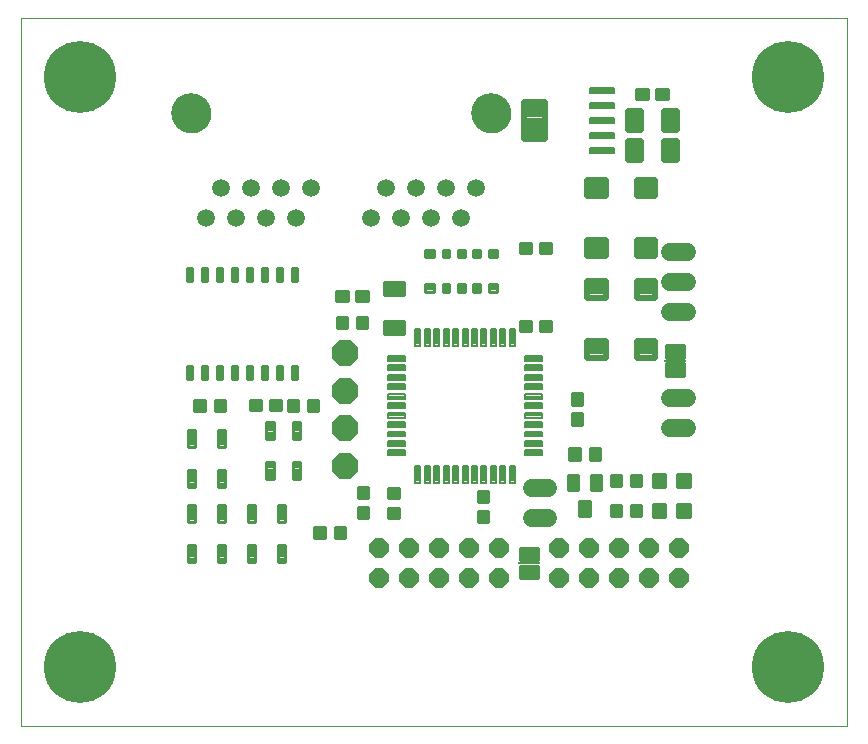
<source format=gts>
G75*
%MOIN*%
%OFA0B0*%
%FSLAX25Y25*%
%IPPOS*%
%LPD*%
%AMOC8*
5,1,8,0,0,1.08239X$1,22.5*
%
%ADD10C,0.00000*%
%ADD11C,0.00711*%
%ADD12C,0.01301*%
%ADD13OC8,0.06400*%
%ADD14C,0.01450*%
%ADD15C,0.01065*%
%ADD16C,0.01537*%
%ADD17C,0.02096*%
%ADD18C,0.06000*%
%ADD19C,0.00947*%
%ADD20C,0.05900*%
%ADD21C,0.13200*%
%ADD22C,0.00770*%
%ADD23C,0.02084*%
%ADD24C,0.01892*%
%ADD25OC8,0.08900*%
%ADD26C,0.01500*%
%ADD27R,0.07200X0.00600*%
%ADD28C,0.24022*%
D10*
X0001800Y0001800D02*
X0001800Y0238020D01*
X0277391Y0238020D01*
X0277391Y0001800D01*
X0001800Y0001800D01*
X0052270Y0206170D02*
X0052272Y0206330D01*
X0052278Y0206489D01*
X0052288Y0206648D01*
X0052302Y0206807D01*
X0052320Y0206966D01*
X0052341Y0207124D01*
X0052367Y0207281D01*
X0052397Y0207438D01*
X0052430Y0207594D01*
X0052468Y0207749D01*
X0052509Y0207903D01*
X0052554Y0208056D01*
X0052603Y0208208D01*
X0052656Y0208359D01*
X0052712Y0208508D01*
X0052773Y0208656D01*
X0052836Y0208802D01*
X0052904Y0208947D01*
X0052975Y0209090D01*
X0053049Y0209231D01*
X0053127Y0209370D01*
X0053209Y0209507D01*
X0053294Y0209642D01*
X0053382Y0209775D01*
X0053474Y0209906D01*
X0053568Y0210034D01*
X0053666Y0210160D01*
X0053767Y0210284D01*
X0053871Y0210405D01*
X0053978Y0210523D01*
X0054088Y0210639D01*
X0054201Y0210752D01*
X0054317Y0210862D01*
X0054435Y0210969D01*
X0054556Y0211073D01*
X0054680Y0211174D01*
X0054806Y0211272D01*
X0054934Y0211366D01*
X0055065Y0211458D01*
X0055198Y0211546D01*
X0055333Y0211631D01*
X0055470Y0211713D01*
X0055609Y0211791D01*
X0055750Y0211865D01*
X0055893Y0211936D01*
X0056038Y0212004D01*
X0056184Y0212067D01*
X0056332Y0212128D01*
X0056481Y0212184D01*
X0056632Y0212237D01*
X0056784Y0212286D01*
X0056937Y0212331D01*
X0057091Y0212372D01*
X0057246Y0212410D01*
X0057402Y0212443D01*
X0057559Y0212473D01*
X0057716Y0212499D01*
X0057874Y0212520D01*
X0058033Y0212538D01*
X0058192Y0212552D01*
X0058351Y0212562D01*
X0058510Y0212568D01*
X0058670Y0212570D01*
X0058830Y0212568D01*
X0058989Y0212562D01*
X0059148Y0212552D01*
X0059307Y0212538D01*
X0059466Y0212520D01*
X0059624Y0212499D01*
X0059781Y0212473D01*
X0059938Y0212443D01*
X0060094Y0212410D01*
X0060249Y0212372D01*
X0060403Y0212331D01*
X0060556Y0212286D01*
X0060708Y0212237D01*
X0060859Y0212184D01*
X0061008Y0212128D01*
X0061156Y0212067D01*
X0061302Y0212004D01*
X0061447Y0211936D01*
X0061590Y0211865D01*
X0061731Y0211791D01*
X0061870Y0211713D01*
X0062007Y0211631D01*
X0062142Y0211546D01*
X0062275Y0211458D01*
X0062406Y0211366D01*
X0062534Y0211272D01*
X0062660Y0211174D01*
X0062784Y0211073D01*
X0062905Y0210969D01*
X0063023Y0210862D01*
X0063139Y0210752D01*
X0063252Y0210639D01*
X0063362Y0210523D01*
X0063469Y0210405D01*
X0063573Y0210284D01*
X0063674Y0210160D01*
X0063772Y0210034D01*
X0063866Y0209906D01*
X0063958Y0209775D01*
X0064046Y0209642D01*
X0064131Y0209507D01*
X0064213Y0209370D01*
X0064291Y0209231D01*
X0064365Y0209090D01*
X0064436Y0208947D01*
X0064504Y0208802D01*
X0064567Y0208656D01*
X0064628Y0208508D01*
X0064684Y0208359D01*
X0064737Y0208208D01*
X0064786Y0208056D01*
X0064831Y0207903D01*
X0064872Y0207749D01*
X0064910Y0207594D01*
X0064943Y0207438D01*
X0064973Y0207281D01*
X0064999Y0207124D01*
X0065020Y0206966D01*
X0065038Y0206807D01*
X0065052Y0206648D01*
X0065062Y0206489D01*
X0065068Y0206330D01*
X0065070Y0206170D01*
X0065068Y0206010D01*
X0065062Y0205851D01*
X0065052Y0205692D01*
X0065038Y0205533D01*
X0065020Y0205374D01*
X0064999Y0205216D01*
X0064973Y0205059D01*
X0064943Y0204902D01*
X0064910Y0204746D01*
X0064872Y0204591D01*
X0064831Y0204437D01*
X0064786Y0204284D01*
X0064737Y0204132D01*
X0064684Y0203981D01*
X0064628Y0203832D01*
X0064567Y0203684D01*
X0064504Y0203538D01*
X0064436Y0203393D01*
X0064365Y0203250D01*
X0064291Y0203109D01*
X0064213Y0202970D01*
X0064131Y0202833D01*
X0064046Y0202698D01*
X0063958Y0202565D01*
X0063866Y0202434D01*
X0063772Y0202306D01*
X0063674Y0202180D01*
X0063573Y0202056D01*
X0063469Y0201935D01*
X0063362Y0201817D01*
X0063252Y0201701D01*
X0063139Y0201588D01*
X0063023Y0201478D01*
X0062905Y0201371D01*
X0062784Y0201267D01*
X0062660Y0201166D01*
X0062534Y0201068D01*
X0062406Y0200974D01*
X0062275Y0200882D01*
X0062142Y0200794D01*
X0062007Y0200709D01*
X0061870Y0200627D01*
X0061731Y0200549D01*
X0061590Y0200475D01*
X0061447Y0200404D01*
X0061302Y0200336D01*
X0061156Y0200273D01*
X0061008Y0200212D01*
X0060859Y0200156D01*
X0060708Y0200103D01*
X0060556Y0200054D01*
X0060403Y0200009D01*
X0060249Y0199968D01*
X0060094Y0199930D01*
X0059938Y0199897D01*
X0059781Y0199867D01*
X0059624Y0199841D01*
X0059466Y0199820D01*
X0059307Y0199802D01*
X0059148Y0199788D01*
X0058989Y0199778D01*
X0058830Y0199772D01*
X0058670Y0199770D01*
X0058510Y0199772D01*
X0058351Y0199778D01*
X0058192Y0199788D01*
X0058033Y0199802D01*
X0057874Y0199820D01*
X0057716Y0199841D01*
X0057559Y0199867D01*
X0057402Y0199897D01*
X0057246Y0199930D01*
X0057091Y0199968D01*
X0056937Y0200009D01*
X0056784Y0200054D01*
X0056632Y0200103D01*
X0056481Y0200156D01*
X0056332Y0200212D01*
X0056184Y0200273D01*
X0056038Y0200336D01*
X0055893Y0200404D01*
X0055750Y0200475D01*
X0055609Y0200549D01*
X0055470Y0200627D01*
X0055333Y0200709D01*
X0055198Y0200794D01*
X0055065Y0200882D01*
X0054934Y0200974D01*
X0054806Y0201068D01*
X0054680Y0201166D01*
X0054556Y0201267D01*
X0054435Y0201371D01*
X0054317Y0201478D01*
X0054201Y0201588D01*
X0054088Y0201701D01*
X0053978Y0201817D01*
X0053871Y0201935D01*
X0053767Y0202056D01*
X0053666Y0202180D01*
X0053568Y0202306D01*
X0053474Y0202434D01*
X0053382Y0202565D01*
X0053294Y0202698D01*
X0053209Y0202833D01*
X0053127Y0202970D01*
X0053049Y0203109D01*
X0052975Y0203250D01*
X0052904Y0203393D01*
X0052836Y0203538D01*
X0052773Y0203684D01*
X0052712Y0203832D01*
X0052656Y0203981D01*
X0052603Y0204132D01*
X0052554Y0204284D01*
X0052509Y0204437D01*
X0052468Y0204591D01*
X0052430Y0204746D01*
X0052397Y0204902D01*
X0052367Y0205059D01*
X0052341Y0205216D01*
X0052320Y0205374D01*
X0052302Y0205533D01*
X0052288Y0205692D01*
X0052278Y0205851D01*
X0052272Y0206010D01*
X0052270Y0206170D01*
X0152270Y0206170D02*
X0152272Y0206330D01*
X0152278Y0206489D01*
X0152288Y0206648D01*
X0152302Y0206807D01*
X0152320Y0206966D01*
X0152341Y0207124D01*
X0152367Y0207281D01*
X0152397Y0207438D01*
X0152430Y0207594D01*
X0152468Y0207749D01*
X0152509Y0207903D01*
X0152554Y0208056D01*
X0152603Y0208208D01*
X0152656Y0208359D01*
X0152712Y0208508D01*
X0152773Y0208656D01*
X0152836Y0208802D01*
X0152904Y0208947D01*
X0152975Y0209090D01*
X0153049Y0209231D01*
X0153127Y0209370D01*
X0153209Y0209507D01*
X0153294Y0209642D01*
X0153382Y0209775D01*
X0153474Y0209906D01*
X0153568Y0210034D01*
X0153666Y0210160D01*
X0153767Y0210284D01*
X0153871Y0210405D01*
X0153978Y0210523D01*
X0154088Y0210639D01*
X0154201Y0210752D01*
X0154317Y0210862D01*
X0154435Y0210969D01*
X0154556Y0211073D01*
X0154680Y0211174D01*
X0154806Y0211272D01*
X0154934Y0211366D01*
X0155065Y0211458D01*
X0155198Y0211546D01*
X0155333Y0211631D01*
X0155470Y0211713D01*
X0155609Y0211791D01*
X0155750Y0211865D01*
X0155893Y0211936D01*
X0156038Y0212004D01*
X0156184Y0212067D01*
X0156332Y0212128D01*
X0156481Y0212184D01*
X0156632Y0212237D01*
X0156784Y0212286D01*
X0156937Y0212331D01*
X0157091Y0212372D01*
X0157246Y0212410D01*
X0157402Y0212443D01*
X0157559Y0212473D01*
X0157716Y0212499D01*
X0157874Y0212520D01*
X0158033Y0212538D01*
X0158192Y0212552D01*
X0158351Y0212562D01*
X0158510Y0212568D01*
X0158670Y0212570D01*
X0158830Y0212568D01*
X0158989Y0212562D01*
X0159148Y0212552D01*
X0159307Y0212538D01*
X0159466Y0212520D01*
X0159624Y0212499D01*
X0159781Y0212473D01*
X0159938Y0212443D01*
X0160094Y0212410D01*
X0160249Y0212372D01*
X0160403Y0212331D01*
X0160556Y0212286D01*
X0160708Y0212237D01*
X0160859Y0212184D01*
X0161008Y0212128D01*
X0161156Y0212067D01*
X0161302Y0212004D01*
X0161447Y0211936D01*
X0161590Y0211865D01*
X0161731Y0211791D01*
X0161870Y0211713D01*
X0162007Y0211631D01*
X0162142Y0211546D01*
X0162275Y0211458D01*
X0162406Y0211366D01*
X0162534Y0211272D01*
X0162660Y0211174D01*
X0162784Y0211073D01*
X0162905Y0210969D01*
X0163023Y0210862D01*
X0163139Y0210752D01*
X0163252Y0210639D01*
X0163362Y0210523D01*
X0163469Y0210405D01*
X0163573Y0210284D01*
X0163674Y0210160D01*
X0163772Y0210034D01*
X0163866Y0209906D01*
X0163958Y0209775D01*
X0164046Y0209642D01*
X0164131Y0209507D01*
X0164213Y0209370D01*
X0164291Y0209231D01*
X0164365Y0209090D01*
X0164436Y0208947D01*
X0164504Y0208802D01*
X0164567Y0208656D01*
X0164628Y0208508D01*
X0164684Y0208359D01*
X0164737Y0208208D01*
X0164786Y0208056D01*
X0164831Y0207903D01*
X0164872Y0207749D01*
X0164910Y0207594D01*
X0164943Y0207438D01*
X0164973Y0207281D01*
X0164999Y0207124D01*
X0165020Y0206966D01*
X0165038Y0206807D01*
X0165052Y0206648D01*
X0165062Y0206489D01*
X0165068Y0206330D01*
X0165070Y0206170D01*
X0165068Y0206010D01*
X0165062Y0205851D01*
X0165052Y0205692D01*
X0165038Y0205533D01*
X0165020Y0205374D01*
X0164999Y0205216D01*
X0164973Y0205059D01*
X0164943Y0204902D01*
X0164910Y0204746D01*
X0164872Y0204591D01*
X0164831Y0204437D01*
X0164786Y0204284D01*
X0164737Y0204132D01*
X0164684Y0203981D01*
X0164628Y0203832D01*
X0164567Y0203684D01*
X0164504Y0203538D01*
X0164436Y0203393D01*
X0164365Y0203250D01*
X0164291Y0203109D01*
X0164213Y0202970D01*
X0164131Y0202833D01*
X0164046Y0202698D01*
X0163958Y0202565D01*
X0163866Y0202434D01*
X0163772Y0202306D01*
X0163674Y0202180D01*
X0163573Y0202056D01*
X0163469Y0201935D01*
X0163362Y0201817D01*
X0163252Y0201701D01*
X0163139Y0201588D01*
X0163023Y0201478D01*
X0162905Y0201371D01*
X0162784Y0201267D01*
X0162660Y0201166D01*
X0162534Y0201068D01*
X0162406Y0200974D01*
X0162275Y0200882D01*
X0162142Y0200794D01*
X0162007Y0200709D01*
X0161870Y0200627D01*
X0161731Y0200549D01*
X0161590Y0200475D01*
X0161447Y0200404D01*
X0161302Y0200336D01*
X0161156Y0200273D01*
X0161008Y0200212D01*
X0160859Y0200156D01*
X0160708Y0200103D01*
X0160556Y0200054D01*
X0160403Y0200009D01*
X0160249Y0199968D01*
X0160094Y0199930D01*
X0159938Y0199897D01*
X0159781Y0199867D01*
X0159624Y0199841D01*
X0159466Y0199820D01*
X0159307Y0199802D01*
X0159148Y0199788D01*
X0158989Y0199778D01*
X0158830Y0199772D01*
X0158670Y0199770D01*
X0158510Y0199772D01*
X0158351Y0199778D01*
X0158192Y0199788D01*
X0158033Y0199802D01*
X0157874Y0199820D01*
X0157716Y0199841D01*
X0157559Y0199867D01*
X0157402Y0199897D01*
X0157246Y0199930D01*
X0157091Y0199968D01*
X0156937Y0200009D01*
X0156784Y0200054D01*
X0156632Y0200103D01*
X0156481Y0200156D01*
X0156332Y0200212D01*
X0156184Y0200273D01*
X0156038Y0200336D01*
X0155893Y0200404D01*
X0155750Y0200475D01*
X0155609Y0200549D01*
X0155470Y0200627D01*
X0155333Y0200709D01*
X0155198Y0200794D01*
X0155065Y0200882D01*
X0154934Y0200974D01*
X0154806Y0201068D01*
X0154680Y0201166D01*
X0154556Y0201267D01*
X0154435Y0201371D01*
X0154317Y0201478D01*
X0154201Y0201588D01*
X0154088Y0201701D01*
X0153978Y0201817D01*
X0153871Y0201935D01*
X0153767Y0202056D01*
X0153666Y0202180D01*
X0153568Y0202306D01*
X0153474Y0202434D01*
X0153382Y0202565D01*
X0153294Y0202698D01*
X0153209Y0202833D01*
X0153127Y0202970D01*
X0153049Y0203109D01*
X0152975Y0203250D01*
X0152904Y0203393D01*
X0152836Y0203538D01*
X0152773Y0203684D01*
X0152712Y0203832D01*
X0152656Y0203981D01*
X0152603Y0204132D01*
X0152554Y0204284D01*
X0152509Y0204437D01*
X0152468Y0204591D01*
X0152430Y0204746D01*
X0152397Y0204902D01*
X0152367Y0205059D01*
X0152341Y0205216D01*
X0152320Y0205374D01*
X0152302Y0205533D01*
X0152288Y0205692D01*
X0152278Y0205851D01*
X0152272Y0206010D01*
X0152270Y0206170D01*
D11*
X0153899Y0134303D02*
X0153899Y0128707D01*
X0152241Y0128707D01*
X0152241Y0134303D01*
X0153899Y0134303D01*
X0153899Y0129417D02*
X0152241Y0129417D01*
X0152241Y0130127D02*
X0153899Y0130127D01*
X0153899Y0130837D02*
X0152241Y0130837D01*
X0152241Y0131547D02*
X0153899Y0131547D01*
X0153899Y0132257D02*
X0152241Y0132257D01*
X0152241Y0132967D02*
X0153899Y0132967D01*
X0153899Y0133677D02*
X0152241Y0133677D01*
X0150749Y0134303D02*
X0150749Y0128707D01*
X0149091Y0128707D01*
X0149091Y0134303D01*
X0150749Y0134303D01*
X0150749Y0129417D02*
X0149091Y0129417D01*
X0149091Y0130127D02*
X0150749Y0130127D01*
X0150749Y0130837D02*
X0149091Y0130837D01*
X0149091Y0131547D02*
X0150749Y0131547D01*
X0150749Y0132257D02*
X0149091Y0132257D01*
X0149091Y0132967D02*
X0150749Y0132967D01*
X0150749Y0133677D02*
X0149091Y0133677D01*
X0147599Y0134303D02*
X0147599Y0128707D01*
X0145941Y0128707D01*
X0145941Y0134303D01*
X0147599Y0134303D01*
X0147599Y0129417D02*
X0145941Y0129417D01*
X0145941Y0130127D02*
X0147599Y0130127D01*
X0147599Y0130837D02*
X0145941Y0130837D01*
X0145941Y0131547D02*
X0147599Y0131547D01*
X0147599Y0132257D02*
X0145941Y0132257D01*
X0145941Y0132967D02*
X0147599Y0132967D01*
X0147599Y0133677D02*
X0145941Y0133677D01*
X0144450Y0134303D02*
X0144450Y0128707D01*
X0142792Y0128707D01*
X0142792Y0134303D01*
X0144450Y0134303D01*
X0144450Y0129417D02*
X0142792Y0129417D01*
X0142792Y0130127D02*
X0144450Y0130127D01*
X0144450Y0130837D02*
X0142792Y0130837D01*
X0142792Y0131547D02*
X0144450Y0131547D01*
X0144450Y0132257D02*
X0142792Y0132257D01*
X0142792Y0132967D02*
X0144450Y0132967D01*
X0144450Y0133677D02*
X0142792Y0133677D01*
X0141300Y0134303D02*
X0141300Y0128707D01*
X0139642Y0128707D01*
X0139642Y0134303D01*
X0141300Y0134303D01*
X0141300Y0129417D02*
X0139642Y0129417D01*
X0139642Y0130127D02*
X0141300Y0130127D01*
X0141300Y0130837D02*
X0139642Y0130837D01*
X0139642Y0131547D02*
X0141300Y0131547D01*
X0141300Y0132257D02*
X0139642Y0132257D01*
X0139642Y0132967D02*
X0141300Y0132967D01*
X0141300Y0133677D02*
X0139642Y0133677D01*
X0138151Y0134303D02*
X0138151Y0128707D01*
X0136493Y0128707D01*
X0136493Y0134303D01*
X0138151Y0134303D01*
X0138151Y0129417D02*
X0136493Y0129417D01*
X0136493Y0130127D02*
X0138151Y0130127D01*
X0138151Y0130837D02*
X0136493Y0130837D01*
X0136493Y0131547D02*
X0138151Y0131547D01*
X0138151Y0132257D02*
X0136493Y0132257D01*
X0136493Y0132967D02*
X0138151Y0132967D01*
X0138151Y0133677D02*
X0136493Y0133677D01*
X0135001Y0134303D02*
X0135001Y0128707D01*
X0133343Y0128707D01*
X0133343Y0134303D01*
X0135001Y0134303D01*
X0135001Y0129417D02*
X0133343Y0129417D01*
X0133343Y0130127D02*
X0135001Y0130127D01*
X0135001Y0130837D02*
X0133343Y0130837D01*
X0133343Y0131547D02*
X0135001Y0131547D01*
X0135001Y0132257D02*
X0133343Y0132257D01*
X0133343Y0132967D02*
X0135001Y0132967D01*
X0135001Y0133677D02*
X0133343Y0133677D01*
X0129883Y0125247D02*
X0129883Y0123589D01*
X0124287Y0123589D01*
X0124287Y0125247D01*
X0129883Y0125247D01*
X0129883Y0124299D02*
X0124287Y0124299D01*
X0124287Y0125009D02*
X0129883Y0125009D01*
X0129883Y0122098D02*
X0129883Y0120440D01*
X0124287Y0120440D01*
X0124287Y0122098D01*
X0129883Y0122098D01*
X0129883Y0121150D02*
X0124287Y0121150D01*
X0124287Y0121860D02*
X0129883Y0121860D01*
X0129883Y0118948D02*
X0129883Y0117290D01*
X0124287Y0117290D01*
X0124287Y0118948D01*
X0129883Y0118948D01*
X0129883Y0118000D02*
X0124287Y0118000D01*
X0124287Y0118710D02*
X0129883Y0118710D01*
X0129883Y0115798D02*
X0129883Y0114140D01*
X0124287Y0114140D01*
X0124287Y0115798D01*
X0129883Y0115798D01*
X0129883Y0114850D02*
X0124287Y0114850D01*
X0124287Y0115560D02*
X0129883Y0115560D01*
X0129883Y0112649D02*
X0129883Y0110991D01*
X0124287Y0110991D01*
X0124287Y0112649D01*
X0129883Y0112649D01*
X0129883Y0111701D02*
X0124287Y0111701D01*
X0124287Y0112411D02*
X0129883Y0112411D01*
X0129883Y0109499D02*
X0129883Y0107841D01*
X0124287Y0107841D01*
X0124287Y0109499D01*
X0129883Y0109499D01*
X0129883Y0108551D02*
X0124287Y0108551D01*
X0124287Y0109261D02*
X0129883Y0109261D01*
X0129883Y0106349D02*
X0129883Y0104691D01*
X0124287Y0104691D01*
X0124287Y0106349D01*
X0129883Y0106349D01*
X0129883Y0105401D02*
X0124287Y0105401D01*
X0124287Y0106111D02*
X0129883Y0106111D01*
X0129883Y0103200D02*
X0129883Y0101542D01*
X0124287Y0101542D01*
X0124287Y0103200D01*
X0129883Y0103200D01*
X0129883Y0102252D02*
X0124287Y0102252D01*
X0124287Y0102962D02*
X0129883Y0102962D01*
X0129883Y0100050D02*
X0129883Y0098392D01*
X0124287Y0098392D01*
X0124287Y0100050D01*
X0129883Y0100050D01*
X0129883Y0099102D02*
X0124287Y0099102D01*
X0124287Y0099812D02*
X0129883Y0099812D01*
X0129883Y0096901D02*
X0129883Y0095243D01*
X0124287Y0095243D01*
X0124287Y0096901D01*
X0129883Y0096901D01*
X0129883Y0095953D02*
X0124287Y0095953D01*
X0124287Y0096663D02*
X0129883Y0096663D01*
X0129883Y0093751D02*
X0129883Y0092093D01*
X0124287Y0092093D01*
X0124287Y0093751D01*
X0129883Y0093751D01*
X0129883Y0092803D02*
X0124287Y0092803D01*
X0124287Y0093513D02*
X0129883Y0093513D01*
X0135001Y0088633D02*
X0135001Y0083037D01*
X0133343Y0083037D01*
X0133343Y0088633D01*
X0135001Y0088633D01*
X0135001Y0083747D02*
X0133343Y0083747D01*
X0133343Y0084457D02*
X0135001Y0084457D01*
X0135001Y0085167D02*
X0133343Y0085167D01*
X0133343Y0085877D02*
X0135001Y0085877D01*
X0135001Y0086587D02*
X0133343Y0086587D01*
X0133343Y0087297D02*
X0135001Y0087297D01*
X0135001Y0088007D02*
X0133343Y0088007D01*
X0138151Y0088633D02*
X0138151Y0083037D01*
X0136493Y0083037D01*
X0136493Y0088633D01*
X0138151Y0088633D01*
X0138151Y0083747D02*
X0136493Y0083747D01*
X0136493Y0084457D02*
X0138151Y0084457D01*
X0138151Y0085167D02*
X0136493Y0085167D01*
X0136493Y0085877D02*
X0138151Y0085877D01*
X0138151Y0086587D02*
X0136493Y0086587D01*
X0136493Y0087297D02*
X0138151Y0087297D01*
X0138151Y0088007D02*
X0136493Y0088007D01*
X0141300Y0088633D02*
X0141300Y0083037D01*
X0139642Y0083037D01*
X0139642Y0088633D01*
X0141300Y0088633D01*
X0141300Y0083747D02*
X0139642Y0083747D01*
X0139642Y0084457D02*
X0141300Y0084457D01*
X0141300Y0085167D02*
X0139642Y0085167D01*
X0139642Y0085877D02*
X0141300Y0085877D01*
X0141300Y0086587D02*
X0139642Y0086587D01*
X0139642Y0087297D02*
X0141300Y0087297D01*
X0141300Y0088007D02*
X0139642Y0088007D01*
X0144450Y0088633D02*
X0144450Y0083037D01*
X0142792Y0083037D01*
X0142792Y0088633D01*
X0144450Y0088633D01*
X0144450Y0083747D02*
X0142792Y0083747D01*
X0142792Y0084457D02*
X0144450Y0084457D01*
X0144450Y0085167D02*
X0142792Y0085167D01*
X0142792Y0085877D02*
X0144450Y0085877D01*
X0144450Y0086587D02*
X0142792Y0086587D01*
X0142792Y0087297D02*
X0144450Y0087297D01*
X0144450Y0088007D02*
X0142792Y0088007D01*
X0147599Y0088633D02*
X0147599Y0083037D01*
X0145941Y0083037D01*
X0145941Y0088633D01*
X0147599Y0088633D01*
X0147599Y0083747D02*
X0145941Y0083747D01*
X0145941Y0084457D02*
X0147599Y0084457D01*
X0147599Y0085167D02*
X0145941Y0085167D01*
X0145941Y0085877D02*
X0147599Y0085877D01*
X0147599Y0086587D02*
X0145941Y0086587D01*
X0145941Y0087297D02*
X0147599Y0087297D01*
X0147599Y0088007D02*
X0145941Y0088007D01*
X0150749Y0088633D02*
X0150749Y0083037D01*
X0149091Y0083037D01*
X0149091Y0088633D01*
X0150749Y0088633D01*
X0150749Y0083747D02*
X0149091Y0083747D01*
X0149091Y0084457D02*
X0150749Y0084457D01*
X0150749Y0085167D02*
X0149091Y0085167D01*
X0149091Y0085877D02*
X0150749Y0085877D01*
X0150749Y0086587D02*
X0149091Y0086587D01*
X0149091Y0087297D02*
X0150749Y0087297D01*
X0150749Y0088007D02*
X0149091Y0088007D01*
X0153899Y0088633D02*
X0153899Y0083037D01*
X0152241Y0083037D01*
X0152241Y0088633D01*
X0153899Y0088633D01*
X0153899Y0083747D02*
X0152241Y0083747D01*
X0152241Y0084457D02*
X0153899Y0084457D01*
X0153899Y0085167D02*
X0152241Y0085167D01*
X0152241Y0085877D02*
X0153899Y0085877D01*
X0153899Y0086587D02*
X0152241Y0086587D01*
X0152241Y0087297D02*
X0153899Y0087297D01*
X0153899Y0088007D02*
X0152241Y0088007D01*
X0157048Y0088633D02*
X0157048Y0083037D01*
X0155390Y0083037D01*
X0155390Y0088633D01*
X0157048Y0088633D01*
X0157048Y0083747D02*
X0155390Y0083747D01*
X0155390Y0084457D02*
X0157048Y0084457D01*
X0157048Y0085167D02*
X0155390Y0085167D01*
X0155390Y0085877D02*
X0157048Y0085877D01*
X0157048Y0086587D02*
X0155390Y0086587D01*
X0155390Y0087297D02*
X0157048Y0087297D01*
X0157048Y0088007D02*
X0155390Y0088007D01*
X0160198Y0088633D02*
X0160198Y0083037D01*
X0158540Y0083037D01*
X0158540Y0088633D01*
X0160198Y0088633D01*
X0160198Y0083747D02*
X0158540Y0083747D01*
X0158540Y0084457D02*
X0160198Y0084457D01*
X0160198Y0085167D02*
X0158540Y0085167D01*
X0158540Y0085877D02*
X0160198Y0085877D01*
X0160198Y0086587D02*
X0158540Y0086587D01*
X0158540Y0087297D02*
X0160198Y0087297D01*
X0160198Y0088007D02*
X0158540Y0088007D01*
X0163348Y0088633D02*
X0163348Y0083037D01*
X0161690Y0083037D01*
X0161690Y0088633D01*
X0163348Y0088633D01*
X0163348Y0083747D02*
X0161690Y0083747D01*
X0161690Y0084457D02*
X0163348Y0084457D01*
X0163348Y0085167D02*
X0161690Y0085167D01*
X0161690Y0085877D02*
X0163348Y0085877D01*
X0163348Y0086587D02*
X0161690Y0086587D01*
X0161690Y0087297D02*
X0163348Y0087297D01*
X0163348Y0088007D02*
X0161690Y0088007D01*
X0166497Y0088633D02*
X0166497Y0083037D01*
X0164839Y0083037D01*
X0164839Y0088633D01*
X0166497Y0088633D01*
X0166497Y0083747D02*
X0164839Y0083747D01*
X0164839Y0084457D02*
X0166497Y0084457D01*
X0166497Y0085167D02*
X0164839Y0085167D01*
X0164839Y0085877D02*
X0166497Y0085877D01*
X0166497Y0086587D02*
X0164839Y0086587D01*
X0164839Y0087297D02*
X0166497Y0087297D01*
X0166497Y0088007D02*
X0164839Y0088007D01*
X0175553Y0092093D02*
X0175553Y0093751D01*
X0175553Y0092093D02*
X0169957Y0092093D01*
X0169957Y0093751D01*
X0175553Y0093751D01*
X0175553Y0092803D02*
X0169957Y0092803D01*
X0169957Y0093513D02*
X0175553Y0093513D01*
X0175553Y0095243D02*
X0175553Y0096901D01*
X0175553Y0095243D02*
X0169957Y0095243D01*
X0169957Y0096901D01*
X0175553Y0096901D01*
X0175553Y0095953D02*
X0169957Y0095953D01*
X0169957Y0096663D02*
X0175553Y0096663D01*
X0175553Y0098392D02*
X0175553Y0100050D01*
X0175553Y0098392D02*
X0169957Y0098392D01*
X0169957Y0100050D01*
X0175553Y0100050D01*
X0175553Y0099102D02*
X0169957Y0099102D01*
X0169957Y0099812D02*
X0175553Y0099812D01*
X0175553Y0101542D02*
X0175553Y0103200D01*
X0175553Y0101542D02*
X0169957Y0101542D01*
X0169957Y0103200D01*
X0175553Y0103200D01*
X0175553Y0102252D02*
X0169957Y0102252D01*
X0169957Y0102962D02*
X0175553Y0102962D01*
X0175553Y0104691D02*
X0175553Y0106349D01*
X0175553Y0104691D02*
X0169957Y0104691D01*
X0169957Y0106349D01*
X0175553Y0106349D01*
X0175553Y0105401D02*
X0169957Y0105401D01*
X0169957Y0106111D02*
X0175553Y0106111D01*
X0175553Y0107841D02*
X0175553Y0109499D01*
X0175553Y0107841D02*
X0169957Y0107841D01*
X0169957Y0109499D01*
X0175553Y0109499D01*
X0175553Y0108551D02*
X0169957Y0108551D01*
X0169957Y0109261D02*
X0175553Y0109261D01*
X0175553Y0110991D02*
X0175553Y0112649D01*
X0175553Y0110991D02*
X0169957Y0110991D01*
X0169957Y0112649D01*
X0175553Y0112649D01*
X0175553Y0111701D02*
X0169957Y0111701D01*
X0169957Y0112411D02*
X0175553Y0112411D01*
X0175553Y0114140D02*
X0175553Y0115798D01*
X0175553Y0114140D02*
X0169957Y0114140D01*
X0169957Y0115798D01*
X0175553Y0115798D01*
X0175553Y0114850D02*
X0169957Y0114850D01*
X0169957Y0115560D02*
X0175553Y0115560D01*
X0175553Y0117290D02*
X0175553Y0118948D01*
X0175553Y0117290D02*
X0169957Y0117290D01*
X0169957Y0118948D01*
X0175553Y0118948D01*
X0175553Y0118000D02*
X0169957Y0118000D01*
X0169957Y0118710D02*
X0175553Y0118710D01*
X0175553Y0120440D02*
X0175553Y0122098D01*
X0175553Y0120440D02*
X0169957Y0120440D01*
X0169957Y0122098D01*
X0175553Y0122098D01*
X0175553Y0121150D02*
X0169957Y0121150D01*
X0169957Y0121860D02*
X0175553Y0121860D01*
X0175553Y0123589D02*
X0175553Y0125247D01*
X0175553Y0123589D02*
X0169957Y0123589D01*
X0169957Y0125247D01*
X0175553Y0125247D01*
X0175553Y0124299D02*
X0169957Y0124299D01*
X0169957Y0125009D02*
X0175553Y0125009D01*
X0166497Y0128707D02*
X0166497Y0134303D01*
X0166497Y0128707D02*
X0164839Y0128707D01*
X0164839Y0134303D01*
X0166497Y0134303D01*
X0166497Y0129417D02*
X0164839Y0129417D01*
X0164839Y0130127D02*
X0166497Y0130127D01*
X0166497Y0130837D02*
X0164839Y0130837D01*
X0164839Y0131547D02*
X0166497Y0131547D01*
X0166497Y0132257D02*
X0164839Y0132257D01*
X0164839Y0132967D02*
X0166497Y0132967D01*
X0166497Y0133677D02*
X0164839Y0133677D01*
X0163348Y0134303D02*
X0163348Y0128707D01*
X0161690Y0128707D01*
X0161690Y0134303D01*
X0163348Y0134303D01*
X0163348Y0129417D02*
X0161690Y0129417D01*
X0161690Y0130127D02*
X0163348Y0130127D01*
X0163348Y0130837D02*
X0161690Y0130837D01*
X0161690Y0131547D02*
X0163348Y0131547D01*
X0163348Y0132257D02*
X0161690Y0132257D01*
X0161690Y0132967D02*
X0163348Y0132967D01*
X0163348Y0133677D02*
X0161690Y0133677D01*
X0160198Y0134303D02*
X0160198Y0128707D01*
X0158540Y0128707D01*
X0158540Y0134303D01*
X0160198Y0134303D01*
X0160198Y0129417D02*
X0158540Y0129417D01*
X0158540Y0130127D02*
X0160198Y0130127D01*
X0160198Y0130837D02*
X0158540Y0130837D01*
X0158540Y0131547D02*
X0160198Y0131547D01*
X0160198Y0132257D02*
X0158540Y0132257D01*
X0158540Y0132967D02*
X0160198Y0132967D01*
X0160198Y0133677D02*
X0158540Y0133677D01*
X0157048Y0134303D02*
X0157048Y0128707D01*
X0155390Y0128707D01*
X0155390Y0134303D01*
X0157048Y0134303D01*
X0157048Y0129417D02*
X0155390Y0129417D01*
X0155390Y0130127D02*
X0157048Y0130127D01*
X0157048Y0130837D02*
X0155390Y0130837D01*
X0155390Y0131547D02*
X0157048Y0131547D01*
X0157048Y0132257D02*
X0155390Y0132257D01*
X0155390Y0132967D02*
X0157048Y0132967D01*
X0157048Y0133677D02*
X0155390Y0133677D01*
D12*
X0168609Y0133402D02*
X0172039Y0133402D01*
X0168609Y0133402D02*
X0168609Y0136438D01*
X0172039Y0136438D01*
X0172039Y0133402D01*
X0172039Y0134702D02*
X0168609Y0134702D01*
X0168609Y0136002D02*
X0172039Y0136002D01*
X0175302Y0133402D02*
X0178732Y0133402D01*
X0175302Y0133402D02*
X0175302Y0136438D01*
X0178732Y0136438D01*
X0178732Y0133402D01*
X0178732Y0134702D02*
X0175302Y0134702D01*
X0175302Y0136002D02*
X0178732Y0136002D01*
X0178732Y0162688D02*
X0175302Y0162688D01*
X0178732Y0162688D02*
X0178732Y0159652D01*
X0175302Y0159652D01*
X0175302Y0162688D01*
X0175302Y0160952D02*
X0178732Y0160952D01*
X0178732Y0162252D02*
X0175302Y0162252D01*
X0172039Y0162688D02*
X0168609Y0162688D01*
X0172039Y0162688D02*
X0172039Y0159652D01*
X0168609Y0159652D01*
X0168609Y0162688D01*
X0168609Y0160952D02*
X0172039Y0160952D01*
X0172039Y0162252D02*
X0168609Y0162252D01*
X0117482Y0146438D02*
X0114052Y0146438D01*
X0117482Y0146438D02*
X0117482Y0143402D01*
X0114052Y0143402D01*
X0114052Y0146438D01*
X0114052Y0144702D02*
X0117482Y0144702D01*
X0117482Y0146002D02*
X0114052Y0146002D01*
X0110789Y0146438D02*
X0107359Y0146438D01*
X0110789Y0146438D02*
X0110789Y0143402D01*
X0107359Y0143402D01*
X0107359Y0146438D01*
X0107359Y0144702D02*
X0110789Y0144702D01*
X0110789Y0146002D02*
X0107359Y0146002D01*
X0107556Y0134455D02*
X0110592Y0134455D01*
X0107556Y0134455D02*
X0107556Y0137885D01*
X0110592Y0137885D01*
X0110592Y0134455D01*
X0110592Y0135755D02*
X0107556Y0135755D01*
X0107556Y0137055D02*
X0110592Y0137055D01*
X0114249Y0134455D02*
X0117285Y0134455D01*
X0114249Y0134455D02*
X0114249Y0137885D01*
X0117285Y0137885D01*
X0117285Y0134455D01*
X0117285Y0135755D02*
X0114249Y0135755D01*
X0114249Y0137055D02*
X0117285Y0137055D01*
X0101035Y0106955D02*
X0097999Y0106955D01*
X0097999Y0110385D01*
X0101035Y0110385D01*
X0101035Y0106955D01*
X0101035Y0108255D02*
X0097999Y0108255D01*
X0097999Y0109555D02*
X0101035Y0109555D01*
X0094342Y0106955D02*
X0091306Y0106955D01*
X0091306Y0110385D01*
X0094342Y0110385D01*
X0094342Y0106955D01*
X0094342Y0108255D02*
X0091306Y0108255D01*
X0091306Y0109555D02*
X0094342Y0109555D01*
X0088732Y0110188D02*
X0085302Y0110188D01*
X0088732Y0110188D02*
X0088732Y0107152D01*
X0085302Y0107152D01*
X0085302Y0110188D01*
X0085302Y0108452D02*
X0088732Y0108452D01*
X0088732Y0109752D02*
X0085302Y0109752D01*
X0082039Y0110188D02*
X0078609Y0110188D01*
X0082039Y0110188D02*
X0082039Y0107152D01*
X0078609Y0107152D01*
X0078609Y0110188D01*
X0078609Y0108452D02*
X0082039Y0108452D01*
X0082039Y0109752D02*
X0078609Y0109752D01*
X0069785Y0106955D02*
X0066749Y0106955D01*
X0066749Y0110385D01*
X0069785Y0110385D01*
X0069785Y0106955D01*
X0069785Y0108255D02*
X0066749Y0108255D01*
X0066749Y0109555D02*
X0069785Y0109555D01*
X0063092Y0106955D02*
X0060056Y0106955D01*
X0060056Y0110385D01*
X0063092Y0110385D01*
X0063092Y0106955D01*
X0063092Y0108255D02*
X0060056Y0108255D01*
X0060056Y0109555D02*
X0063092Y0109555D01*
X0100056Y0067885D02*
X0103092Y0067885D01*
X0103092Y0064455D01*
X0100056Y0064455D01*
X0100056Y0067885D01*
X0100056Y0065755D02*
X0103092Y0065755D01*
X0103092Y0067055D02*
X0100056Y0067055D01*
X0106749Y0067885D02*
X0109785Y0067885D01*
X0109785Y0064455D01*
X0106749Y0064455D01*
X0106749Y0067885D01*
X0106749Y0065755D02*
X0109785Y0065755D01*
X0109785Y0067055D02*
X0106749Y0067055D01*
X0114652Y0071109D02*
X0114652Y0074539D01*
X0117688Y0074539D01*
X0117688Y0071109D01*
X0114652Y0071109D01*
X0114652Y0072409D02*
X0117688Y0072409D01*
X0117688Y0073709D02*
X0114652Y0073709D01*
X0114652Y0077802D02*
X0114652Y0081232D01*
X0117688Y0081232D01*
X0117688Y0077802D01*
X0114652Y0077802D01*
X0114652Y0079102D02*
X0117688Y0079102D01*
X0117688Y0080402D02*
X0114652Y0080402D01*
X0127885Y0081035D02*
X0127885Y0077999D01*
X0124455Y0077999D01*
X0124455Y0081035D01*
X0127885Y0081035D01*
X0127885Y0079299D02*
X0124455Y0079299D01*
X0124455Y0080599D02*
X0127885Y0080599D01*
X0127885Y0074342D02*
X0127885Y0071306D01*
X0124455Y0071306D01*
X0124455Y0074342D01*
X0127885Y0074342D01*
X0127885Y0072606D02*
X0124455Y0072606D01*
X0124455Y0073906D02*
X0127885Y0073906D01*
X0154652Y0073289D02*
X0154652Y0069859D01*
X0154652Y0073289D02*
X0157688Y0073289D01*
X0157688Y0069859D01*
X0154652Y0069859D01*
X0154652Y0071159D02*
X0157688Y0071159D01*
X0157688Y0072459D02*
X0154652Y0072459D01*
X0154652Y0076552D02*
X0154652Y0079982D01*
X0157688Y0079982D01*
X0157688Y0076552D01*
X0154652Y0076552D01*
X0154652Y0077852D02*
X0157688Y0077852D01*
X0157688Y0079152D02*
X0154652Y0079152D01*
X0184662Y0085307D02*
X0187698Y0085307D01*
X0187698Y0080695D01*
X0184662Y0080695D01*
X0184662Y0085307D01*
X0184662Y0081995D02*
X0187698Y0081995D01*
X0187698Y0083295D02*
X0184662Y0083295D01*
X0184662Y0084595D02*
X0187698Y0084595D01*
X0192142Y0085307D02*
X0195178Y0085307D01*
X0195178Y0080695D01*
X0192142Y0080695D01*
X0192142Y0085307D01*
X0192142Y0081995D02*
X0195178Y0081995D01*
X0195178Y0083295D02*
X0192142Y0083295D01*
X0192142Y0084595D02*
X0195178Y0084595D01*
X0198806Y0085385D02*
X0201842Y0085385D01*
X0201842Y0081955D01*
X0198806Y0081955D01*
X0198806Y0085385D01*
X0198806Y0083255D02*
X0201842Y0083255D01*
X0201842Y0084555D02*
X0198806Y0084555D01*
X0205499Y0085385D02*
X0208535Y0085385D01*
X0208535Y0081955D01*
X0205499Y0081955D01*
X0205499Y0085385D01*
X0205499Y0083255D02*
X0208535Y0083255D01*
X0208535Y0084555D02*
X0205499Y0084555D01*
X0194785Y0094135D02*
X0191749Y0094135D01*
X0194785Y0094135D02*
X0194785Y0090705D01*
X0191749Y0090705D01*
X0191749Y0094135D01*
X0191749Y0092005D02*
X0194785Y0092005D01*
X0194785Y0093305D02*
X0191749Y0093305D01*
X0188092Y0094135D02*
X0185056Y0094135D01*
X0188092Y0094135D02*
X0188092Y0090705D01*
X0185056Y0090705D01*
X0185056Y0094135D01*
X0185056Y0092005D02*
X0188092Y0092005D01*
X0188092Y0093305D02*
X0185056Y0093305D01*
X0185902Y0102359D02*
X0185902Y0105789D01*
X0188938Y0105789D01*
X0188938Y0102359D01*
X0185902Y0102359D01*
X0185902Y0103659D02*
X0188938Y0103659D01*
X0188938Y0104959D02*
X0185902Y0104959D01*
X0185902Y0109052D02*
X0185902Y0112482D01*
X0188938Y0112482D01*
X0188938Y0109052D01*
X0185902Y0109052D01*
X0185902Y0110352D02*
X0188938Y0110352D01*
X0188938Y0111652D02*
X0185902Y0111652D01*
X0188402Y0076645D02*
X0191438Y0076645D01*
X0191438Y0072033D01*
X0188402Y0072033D01*
X0188402Y0076645D01*
X0188402Y0073333D02*
X0191438Y0073333D01*
X0191438Y0074633D02*
X0188402Y0074633D01*
X0188402Y0075933D02*
X0191438Y0075933D01*
X0198806Y0075385D02*
X0201842Y0075385D01*
X0201842Y0071955D01*
X0198806Y0071955D01*
X0198806Y0075385D01*
X0198806Y0073255D02*
X0201842Y0073255D01*
X0201842Y0074555D02*
X0198806Y0074555D01*
X0205499Y0075385D02*
X0208535Y0075385D01*
X0208535Y0071955D01*
X0205499Y0071955D01*
X0205499Y0075385D01*
X0205499Y0073255D02*
X0208535Y0073255D01*
X0208535Y0074555D02*
X0205499Y0074555D01*
X0207359Y0210902D02*
X0210789Y0210902D01*
X0207359Y0210902D02*
X0207359Y0213938D01*
X0210789Y0213938D01*
X0210789Y0210902D01*
X0210789Y0212202D02*
X0207359Y0212202D01*
X0207359Y0213502D02*
X0210789Y0213502D01*
X0214052Y0210902D02*
X0217482Y0210902D01*
X0214052Y0210902D02*
X0214052Y0213938D01*
X0217482Y0213938D01*
X0217482Y0210902D01*
X0217482Y0212202D02*
X0214052Y0212202D01*
X0214052Y0213502D02*
X0217482Y0213502D01*
D13*
X0221170Y0061170D03*
X0221170Y0051170D03*
X0211170Y0051170D03*
X0201170Y0051170D03*
X0191170Y0051170D03*
X0181170Y0051170D03*
X0181170Y0061170D03*
X0191170Y0061170D03*
X0201170Y0061170D03*
X0211170Y0061170D03*
X0161170Y0061170D03*
X0151170Y0061170D03*
X0151170Y0051170D03*
X0161170Y0051170D03*
X0141170Y0051170D03*
X0131170Y0051170D03*
X0121170Y0051170D03*
X0121170Y0061170D03*
X0131170Y0061170D03*
X0141170Y0061170D03*
D14*
X0093913Y0117542D02*
X0093913Y0121492D01*
X0093913Y0117542D02*
X0092463Y0117542D01*
X0092463Y0121492D01*
X0093913Y0121492D01*
X0093913Y0118991D02*
X0092463Y0118991D01*
X0092463Y0120440D02*
X0093913Y0120440D01*
X0088913Y0121492D02*
X0088913Y0117542D01*
X0087463Y0117542D01*
X0087463Y0121492D01*
X0088913Y0121492D01*
X0088913Y0118991D02*
X0087463Y0118991D01*
X0087463Y0120440D02*
X0088913Y0120440D01*
X0083913Y0121492D02*
X0083913Y0117542D01*
X0082463Y0117542D01*
X0082463Y0121492D01*
X0083913Y0121492D01*
X0083913Y0118991D02*
X0082463Y0118991D01*
X0082463Y0120440D02*
X0083913Y0120440D01*
X0078913Y0121492D02*
X0078913Y0117542D01*
X0077463Y0117542D01*
X0077463Y0121492D01*
X0078913Y0121492D01*
X0078913Y0118991D02*
X0077463Y0118991D01*
X0077463Y0120440D02*
X0078913Y0120440D01*
X0073913Y0121492D02*
X0073913Y0117542D01*
X0072463Y0117542D01*
X0072463Y0121492D01*
X0073913Y0121492D01*
X0073913Y0118991D02*
X0072463Y0118991D01*
X0072463Y0120440D02*
X0073913Y0120440D01*
X0068913Y0121492D02*
X0068913Y0117542D01*
X0067463Y0117542D01*
X0067463Y0121492D01*
X0068913Y0121492D01*
X0068913Y0118991D02*
X0067463Y0118991D01*
X0067463Y0120440D02*
X0068913Y0120440D01*
X0063913Y0121492D02*
X0063913Y0117542D01*
X0062463Y0117542D01*
X0062463Y0121492D01*
X0063913Y0121492D01*
X0063913Y0118991D02*
X0062463Y0118991D01*
X0062463Y0120440D02*
X0063913Y0120440D01*
X0058913Y0121492D02*
X0058913Y0117542D01*
X0057463Y0117542D01*
X0057463Y0121492D01*
X0058913Y0121492D01*
X0058913Y0118991D02*
X0057463Y0118991D01*
X0057463Y0120440D02*
X0058913Y0120440D01*
X0058913Y0150337D02*
X0058913Y0154287D01*
X0058913Y0150337D02*
X0057463Y0150337D01*
X0057463Y0154287D01*
X0058913Y0154287D01*
X0058913Y0151786D02*
X0057463Y0151786D01*
X0057463Y0153235D02*
X0058913Y0153235D01*
X0063913Y0154287D02*
X0063913Y0150337D01*
X0062463Y0150337D01*
X0062463Y0154287D01*
X0063913Y0154287D01*
X0063913Y0151786D02*
X0062463Y0151786D01*
X0062463Y0153235D02*
X0063913Y0153235D01*
X0068913Y0154287D02*
X0068913Y0150337D01*
X0067463Y0150337D01*
X0067463Y0154287D01*
X0068913Y0154287D01*
X0068913Y0151786D02*
X0067463Y0151786D01*
X0067463Y0153235D02*
X0068913Y0153235D01*
X0073913Y0154287D02*
X0073913Y0150337D01*
X0072463Y0150337D01*
X0072463Y0154287D01*
X0073913Y0154287D01*
X0073913Y0151786D02*
X0072463Y0151786D01*
X0072463Y0153235D02*
X0073913Y0153235D01*
X0078913Y0154287D02*
X0078913Y0150337D01*
X0077463Y0150337D01*
X0077463Y0154287D01*
X0078913Y0154287D01*
X0078913Y0151786D02*
X0077463Y0151786D01*
X0077463Y0153235D02*
X0078913Y0153235D01*
X0083913Y0154287D02*
X0083913Y0150337D01*
X0082463Y0150337D01*
X0082463Y0154287D01*
X0083913Y0154287D01*
X0083913Y0151786D02*
X0082463Y0151786D01*
X0082463Y0153235D02*
X0083913Y0153235D01*
X0088913Y0154287D02*
X0088913Y0150337D01*
X0087463Y0150337D01*
X0087463Y0154287D01*
X0088913Y0154287D01*
X0088913Y0151786D02*
X0087463Y0151786D01*
X0087463Y0153235D02*
X0088913Y0153235D01*
X0093913Y0154287D02*
X0093913Y0150337D01*
X0092463Y0150337D01*
X0092463Y0154287D01*
X0093913Y0154287D01*
X0093913Y0151786D02*
X0092463Y0151786D01*
X0092463Y0153235D02*
X0093913Y0153235D01*
D15*
X0136601Y0146718D02*
X0139479Y0146718D01*
X0136601Y0146718D02*
X0136601Y0149204D01*
X0139479Y0149204D01*
X0139479Y0146718D01*
X0139479Y0147782D02*
X0136601Y0147782D01*
X0136601Y0148846D02*
X0139479Y0148846D01*
X0139479Y0158136D02*
X0136601Y0158136D01*
X0136601Y0160622D01*
X0139479Y0160622D01*
X0139479Y0158136D01*
X0139479Y0159200D02*
X0136601Y0159200D01*
X0136601Y0160264D02*
X0139479Y0160264D01*
X0157861Y0158136D02*
X0160739Y0158136D01*
X0157861Y0158136D02*
X0157861Y0160622D01*
X0160739Y0160622D01*
X0160739Y0158136D01*
X0160739Y0159200D02*
X0157861Y0159200D01*
X0157861Y0160264D02*
X0160739Y0160264D01*
X0160739Y0146718D02*
X0157861Y0146718D01*
X0157861Y0149204D01*
X0160739Y0149204D01*
X0160739Y0146718D01*
X0160739Y0147782D02*
X0157861Y0147782D01*
X0157861Y0148846D02*
X0160739Y0148846D01*
X0092427Y0103180D02*
X0092427Y0097546D01*
X0092427Y0103180D02*
X0094913Y0103180D01*
X0094913Y0097546D01*
X0092427Y0097546D01*
X0092427Y0098610D02*
X0094913Y0098610D01*
X0094913Y0099674D02*
X0092427Y0099674D01*
X0092427Y0100738D02*
X0094913Y0100738D01*
X0094913Y0101802D02*
X0092427Y0101802D01*
X0092427Y0102866D02*
X0094913Y0102866D01*
X0083677Y0103180D02*
X0083677Y0097546D01*
X0083677Y0103180D02*
X0086163Y0103180D01*
X0086163Y0097546D01*
X0083677Y0097546D01*
X0083677Y0098610D02*
X0086163Y0098610D01*
X0086163Y0099674D02*
X0083677Y0099674D01*
X0083677Y0100738D02*
X0086163Y0100738D01*
X0086163Y0101802D02*
X0083677Y0101802D01*
X0083677Y0102866D02*
X0086163Y0102866D01*
X0067427Y0100680D02*
X0067427Y0095046D01*
X0067427Y0100680D02*
X0069913Y0100680D01*
X0069913Y0095046D01*
X0067427Y0095046D01*
X0067427Y0096110D02*
X0069913Y0096110D01*
X0069913Y0097174D02*
X0067427Y0097174D01*
X0067427Y0098238D02*
X0069913Y0098238D01*
X0069913Y0099302D02*
X0067427Y0099302D01*
X0067427Y0100366D02*
X0069913Y0100366D01*
X0057427Y0100680D02*
X0057427Y0095046D01*
X0057427Y0100680D02*
X0059913Y0100680D01*
X0059913Y0095046D01*
X0057427Y0095046D01*
X0057427Y0096110D02*
X0059913Y0096110D01*
X0059913Y0097174D02*
X0057427Y0097174D01*
X0057427Y0098238D02*
X0059913Y0098238D01*
X0059913Y0099302D02*
X0057427Y0099302D01*
X0057427Y0100366D02*
X0059913Y0100366D01*
X0057427Y0087294D02*
X0057427Y0081660D01*
X0057427Y0087294D02*
X0059913Y0087294D01*
X0059913Y0081660D01*
X0057427Y0081660D01*
X0057427Y0082724D02*
X0059913Y0082724D01*
X0059913Y0083788D02*
X0057427Y0083788D01*
X0057427Y0084852D02*
X0059913Y0084852D01*
X0059913Y0085916D02*
X0057427Y0085916D01*
X0057427Y0086980D02*
X0059913Y0086980D01*
X0067427Y0087294D02*
X0067427Y0081660D01*
X0067427Y0087294D02*
X0069913Y0087294D01*
X0069913Y0081660D01*
X0067427Y0081660D01*
X0067427Y0082724D02*
X0069913Y0082724D01*
X0069913Y0083788D02*
X0067427Y0083788D01*
X0067427Y0084852D02*
X0069913Y0084852D01*
X0069913Y0085916D02*
X0067427Y0085916D01*
X0067427Y0086980D02*
X0069913Y0086980D01*
X0067427Y0075680D02*
X0067427Y0070046D01*
X0067427Y0075680D02*
X0069913Y0075680D01*
X0069913Y0070046D01*
X0067427Y0070046D01*
X0067427Y0071110D02*
X0069913Y0071110D01*
X0069913Y0072174D02*
X0067427Y0072174D01*
X0067427Y0073238D02*
X0069913Y0073238D01*
X0069913Y0074302D02*
X0067427Y0074302D01*
X0067427Y0075366D02*
X0069913Y0075366D01*
X0077427Y0075680D02*
X0077427Y0070046D01*
X0077427Y0075680D02*
X0079913Y0075680D01*
X0079913Y0070046D01*
X0077427Y0070046D01*
X0077427Y0071110D02*
X0079913Y0071110D01*
X0079913Y0072174D02*
X0077427Y0072174D01*
X0077427Y0073238D02*
X0079913Y0073238D01*
X0079913Y0074302D02*
X0077427Y0074302D01*
X0077427Y0075366D02*
X0079913Y0075366D01*
X0087427Y0075680D02*
X0087427Y0070046D01*
X0087427Y0075680D02*
X0089913Y0075680D01*
X0089913Y0070046D01*
X0087427Y0070046D01*
X0087427Y0071110D02*
X0089913Y0071110D01*
X0089913Y0072174D02*
X0087427Y0072174D01*
X0087427Y0073238D02*
X0089913Y0073238D01*
X0089913Y0074302D02*
X0087427Y0074302D01*
X0087427Y0075366D02*
X0089913Y0075366D01*
X0092427Y0084160D02*
X0092427Y0089794D01*
X0094913Y0089794D01*
X0094913Y0084160D01*
X0092427Y0084160D01*
X0092427Y0085224D02*
X0094913Y0085224D01*
X0094913Y0086288D02*
X0092427Y0086288D01*
X0092427Y0087352D02*
X0094913Y0087352D01*
X0094913Y0088416D02*
X0092427Y0088416D01*
X0092427Y0089480D02*
X0094913Y0089480D01*
X0083677Y0089794D02*
X0083677Y0084160D01*
X0083677Y0089794D02*
X0086163Y0089794D01*
X0086163Y0084160D01*
X0083677Y0084160D01*
X0083677Y0085224D02*
X0086163Y0085224D01*
X0086163Y0086288D02*
X0083677Y0086288D01*
X0083677Y0087352D02*
X0086163Y0087352D01*
X0086163Y0088416D02*
X0083677Y0088416D01*
X0083677Y0089480D02*
X0086163Y0089480D01*
X0057427Y0075680D02*
X0057427Y0070046D01*
X0057427Y0075680D02*
X0059913Y0075680D01*
X0059913Y0070046D01*
X0057427Y0070046D01*
X0057427Y0071110D02*
X0059913Y0071110D01*
X0059913Y0072174D02*
X0057427Y0072174D01*
X0057427Y0073238D02*
X0059913Y0073238D01*
X0059913Y0074302D02*
X0057427Y0074302D01*
X0057427Y0075366D02*
X0059913Y0075366D01*
X0057427Y0062294D02*
X0057427Y0056660D01*
X0057427Y0062294D02*
X0059913Y0062294D01*
X0059913Y0056660D01*
X0057427Y0056660D01*
X0057427Y0057724D02*
X0059913Y0057724D01*
X0059913Y0058788D02*
X0057427Y0058788D01*
X0057427Y0059852D02*
X0059913Y0059852D01*
X0059913Y0060916D02*
X0057427Y0060916D01*
X0057427Y0061980D02*
X0059913Y0061980D01*
X0067427Y0062294D02*
X0067427Y0056660D01*
X0067427Y0062294D02*
X0069913Y0062294D01*
X0069913Y0056660D01*
X0067427Y0056660D01*
X0067427Y0057724D02*
X0069913Y0057724D01*
X0069913Y0058788D02*
X0067427Y0058788D01*
X0067427Y0059852D02*
X0069913Y0059852D01*
X0069913Y0060916D02*
X0067427Y0060916D01*
X0067427Y0061980D02*
X0069913Y0061980D01*
X0077427Y0062294D02*
X0077427Y0056660D01*
X0077427Y0062294D02*
X0079913Y0062294D01*
X0079913Y0056660D01*
X0077427Y0056660D01*
X0077427Y0057724D02*
X0079913Y0057724D01*
X0079913Y0058788D02*
X0077427Y0058788D01*
X0077427Y0059852D02*
X0079913Y0059852D01*
X0079913Y0060916D02*
X0077427Y0060916D01*
X0077427Y0061980D02*
X0079913Y0061980D01*
X0087427Y0062294D02*
X0087427Y0056660D01*
X0087427Y0062294D02*
X0089913Y0062294D01*
X0089913Y0056660D01*
X0087427Y0056660D01*
X0087427Y0057724D02*
X0089913Y0057724D01*
X0089913Y0058788D02*
X0087427Y0058788D01*
X0087427Y0059852D02*
X0089913Y0059852D01*
X0089913Y0060916D02*
X0087427Y0060916D01*
X0087427Y0061980D02*
X0089913Y0061980D01*
D16*
X0129145Y0132880D02*
X0129145Y0136468D01*
X0129145Y0132880D02*
X0123195Y0132880D01*
X0123195Y0136468D01*
X0129145Y0136468D01*
X0129145Y0134416D02*
X0123195Y0134416D01*
X0123195Y0135952D02*
X0129145Y0135952D01*
X0129145Y0145872D02*
X0129145Y0149460D01*
X0129145Y0145872D02*
X0123195Y0145872D01*
X0123195Y0149460D01*
X0129145Y0149460D01*
X0129145Y0147408D02*
X0123195Y0147408D01*
X0123195Y0148944D02*
X0129145Y0148944D01*
X0216330Y0085464D02*
X0216330Y0081876D01*
X0212742Y0081876D01*
X0212742Y0085464D01*
X0216330Y0085464D01*
X0216330Y0083412D02*
X0212742Y0083412D01*
X0212742Y0084948D02*
X0216330Y0084948D01*
X0224598Y0085464D02*
X0224598Y0081876D01*
X0221010Y0081876D01*
X0221010Y0085464D01*
X0224598Y0085464D01*
X0224598Y0083412D02*
X0221010Y0083412D01*
X0221010Y0084948D02*
X0224598Y0084948D01*
X0224598Y0075464D02*
X0224598Y0071876D01*
X0221010Y0071876D01*
X0221010Y0075464D01*
X0224598Y0075464D01*
X0224598Y0073412D02*
X0221010Y0073412D01*
X0221010Y0074948D02*
X0224598Y0074948D01*
X0216330Y0075464D02*
X0216330Y0071876D01*
X0212742Y0071876D01*
X0212742Y0075464D01*
X0216330Y0075464D01*
X0216330Y0073412D02*
X0212742Y0073412D01*
X0212742Y0074948D02*
X0216330Y0074948D01*
D17*
X0213295Y0130115D02*
X0207117Y0130115D01*
X0213295Y0130115D02*
X0213295Y0124725D01*
X0207117Y0124725D01*
X0207117Y0130115D01*
X0207117Y0126820D02*
X0213295Y0126820D01*
X0213295Y0128915D02*
X0207117Y0128915D01*
X0196759Y0130115D02*
X0190581Y0130115D01*
X0196759Y0130115D02*
X0196759Y0124725D01*
X0190581Y0124725D01*
X0190581Y0130115D01*
X0190581Y0126820D02*
X0196759Y0126820D01*
X0196759Y0128915D02*
X0190581Y0128915D01*
X0190581Y0150115D02*
X0196759Y0150115D01*
X0196759Y0144725D01*
X0190581Y0144725D01*
X0190581Y0150115D01*
X0190581Y0146820D02*
X0196759Y0146820D01*
X0196759Y0148915D02*
X0190581Y0148915D01*
X0190581Y0163865D02*
X0196759Y0163865D01*
X0196759Y0158475D01*
X0190581Y0158475D01*
X0190581Y0163865D01*
X0190581Y0160570D02*
X0196759Y0160570D01*
X0196759Y0162665D02*
X0190581Y0162665D01*
X0190581Y0183865D02*
X0196759Y0183865D01*
X0196759Y0178475D01*
X0190581Y0178475D01*
X0190581Y0183865D01*
X0190581Y0180570D02*
X0196759Y0180570D01*
X0196759Y0182665D02*
X0190581Y0182665D01*
X0207117Y0183865D02*
X0213295Y0183865D01*
X0213295Y0178475D01*
X0207117Y0178475D01*
X0207117Y0183865D01*
X0207117Y0180570D02*
X0213295Y0180570D01*
X0213295Y0182665D02*
X0207117Y0182665D01*
X0207117Y0163865D02*
X0213295Y0163865D01*
X0213295Y0158475D01*
X0207117Y0158475D01*
X0207117Y0163865D01*
X0207117Y0160570D02*
X0213295Y0160570D01*
X0213295Y0162665D02*
X0207117Y0162665D01*
X0207117Y0150115D02*
X0213295Y0150115D01*
X0213295Y0144725D01*
X0207117Y0144725D01*
X0207117Y0150115D01*
X0207117Y0146820D02*
X0213295Y0146820D01*
X0213295Y0148915D02*
X0207117Y0148915D01*
D18*
X0218370Y0149920D02*
X0223970Y0149920D01*
X0223970Y0139920D02*
X0218370Y0139920D01*
X0218370Y0159920D02*
X0223970Y0159920D01*
X0223970Y0111170D02*
X0218370Y0111170D01*
X0218370Y0101170D02*
X0223970Y0101170D01*
X0177720Y0081170D02*
X0172120Y0081170D01*
X0172120Y0071170D02*
X0177720Y0071170D01*
D19*
X0154893Y0146659D02*
X0152683Y0146659D01*
X0152683Y0149263D01*
X0154893Y0149263D01*
X0154893Y0146659D01*
X0154893Y0147605D02*
X0152683Y0147605D01*
X0152683Y0148551D02*
X0154893Y0148551D01*
X0149775Y0146659D02*
X0147565Y0146659D01*
X0147565Y0149263D01*
X0149775Y0149263D01*
X0149775Y0146659D01*
X0149775Y0147605D02*
X0147565Y0147605D01*
X0147565Y0148551D02*
X0149775Y0148551D01*
X0144657Y0146659D02*
X0142447Y0146659D01*
X0142447Y0149263D01*
X0144657Y0149263D01*
X0144657Y0146659D01*
X0144657Y0147605D02*
X0142447Y0147605D01*
X0142447Y0148551D02*
X0144657Y0148551D01*
X0144657Y0158077D02*
X0142447Y0158077D01*
X0142447Y0160681D01*
X0144657Y0160681D01*
X0144657Y0158077D01*
X0144657Y0159023D02*
X0142447Y0159023D01*
X0142447Y0159969D02*
X0144657Y0159969D01*
X0147565Y0158077D02*
X0149775Y0158077D01*
X0147565Y0158077D02*
X0147565Y0160681D01*
X0149775Y0160681D01*
X0149775Y0158077D01*
X0149775Y0159023D02*
X0147565Y0159023D01*
X0147565Y0159969D02*
X0149775Y0159969D01*
X0152683Y0158077D02*
X0154893Y0158077D01*
X0152683Y0158077D02*
X0152683Y0160681D01*
X0154893Y0160681D01*
X0154893Y0158077D01*
X0154893Y0159023D02*
X0152683Y0159023D01*
X0152683Y0159969D02*
X0154893Y0159969D01*
D20*
X0148670Y0171170D03*
X0138670Y0171170D03*
X0128670Y0171170D03*
X0118670Y0171170D03*
X0123670Y0181170D03*
X0133670Y0181170D03*
X0143670Y0181170D03*
X0153670Y0181170D03*
X0098670Y0181170D03*
X0088670Y0181170D03*
X0078670Y0181170D03*
X0068670Y0181170D03*
X0063670Y0171170D03*
X0073670Y0171170D03*
X0083670Y0171170D03*
X0093670Y0171170D03*
D21*
X0058670Y0206170D03*
X0158670Y0206170D03*
D22*
X0191503Y0204567D02*
X0199597Y0204567D01*
X0199597Y0202773D01*
X0191503Y0202773D01*
X0191503Y0204567D01*
X0191503Y0203542D02*
X0199597Y0203542D01*
X0199597Y0204311D02*
X0191503Y0204311D01*
X0191503Y0209567D02*
X0199597Y0209567D01*
X0199597Y0207773D01*
X0191503Y0207773D01*
X0191503Y0209567D01*
X0191503Y0208542D02*
X0199597Y0208542D01*
X0199597Y0209311D02*
X0191503Y0209311D01*
X0191503Y0214567D02*
X0199597Y0214567D01*
X0199597Y0212773D01*
X0191503Y0212773D01*
X0191503Y0214567D01*
X0191503Y0213542D02*
X0199597Y0213542D01*
X0199597Y0214311D02*
X0191503Y0214311D01*
X0191503Y0199567D02*
X0199597Y0199567D01*
X0199597Y0197773D01*
X0191503Y0197773D01*
X0191503Y0199567D01*
X0191503Y0198542D02*
X0199597Y0198542D01*
X0199597Y0199311D02*
X0191503Y0199311D01*
X0191503Y0194567D02*
X0199597Y0194567D01*
X0199597Y0192773D01*
X0191503Y0192773D01*
X0191503Y0194567D01*
X0191503Y0193542D02*
X0199597Y0193542D01*
X0199597Y0194311D02*
X0191503Y0194311D01*
D23*
X0176597Y0197426D02*
X0176597Y0209914D01*
X0176597Y0197426D02*
X0169621Y0197426D01*
X0169621Y0209914D01*
X0176597Y0209914D01*
X0176597Y0199509D02*
X0169621Y0199509D01*
X0169621Y0201592D02*
X0176597Y0201592D01*
X0176597Y0203675D02*
X0169621Y0203675D01*
X0169621Y0205758D02*
X0176597Y0205758D01*
X0176597Y0207841D02*
X0169621Y0207841D01*
D24*
X0204308Y0200479D02*
X0208722Y0200479D01*
X0204308Y0200479D02*
X0204308Y0206861D01*
X0208722Y0206861D01*
X0208722Y0200479D01*
X0208722Y0202370D02*
X0204308Y0202370D01*
X0204308Y0204261D02*
X0208722Y0204261D01*
X0208722Y0206152D02*
X0204308Y0206152D01*
X0204308Y0190479D02*
X0208722Y0190479D01*
X0204308Y0190479D02*
X0204308Y0196861D01*
X0208722Y0196861D01*
X0208722Y0190479D01*
X0208722Y0192370D02*
X0204308Y0192370D01*
X0204308Y0194261D02*
X0208722Y0194261D01*
X0208722Y0196152D02*
X0204308Y0196152D01*
X0216119Y0190479D02*
X0220533Y0190479D01*
X0216119Y0190479D02*
X0216119Y0196861D01*
X0220533Y0196861D01*
X0220533Y0190479D01*
X0220533Y0192370D02*
X0216119Y0192370D01*
X0216119Y0194261D02*
X0220533Y0194261D01*
X0220533Y0196152D02*
X0216119Y0196152D01*
X0216119Y0200479D02*
X0220533Y0200479D01*
X0216119Y0200479D02*
X0216119Y0206861D01*
X0220533Y0206861D01*
X0220533Y0200479D01*
X0220533Y0202370D02*
X0216119Y0202370D01*
X0216119Y0204261D02*
X0220533Y0204261D01*
X0220533Y0206152D02*
X0216119Y0206152D01*
D25*
X0109920Y0126170D03*
X0109920Y0113670D03*
X0109920Y0101170D03*
X0109920Y0088670D03*
D26*
X0168570Y0060920D02*
X0168570Y0057420D01*
X0168570Y0060920D02*
X0173770Y0060920D01*
X0173770Y0057420D01*
X0168570Y0057420D01*
X0168570Y0058919D02*
X0173770Y0058919D01*
X0173770Y0060418D02*
X0168570Y0060418D01*
X0168570Y0054920D02*
X0168570Y0051420D01*
X0168570Y0054920D02*
X0173770Y0054920D01*
X0173770Y0051420D01*
X0168570Y0051420D01*
X0168570Y0052919D02*
X0173770Y0052919D01*
X0173770Y0054418D02*
X0168570Y0054418D01*
X0217320Y0118920D02*
X0217320Y0122420D01*
X0222520Y0122420D01*
X0222520Y0118920D01*
X0217320Y0118920D01*
X0217320Y0120419D02*
X0222520Y0120419D01*
X0222520Y0121918D02*
X0217320Y0121918D01*
X0217320Y0124920D02*
X0217320Y0128420D01*
X0222520Y0128420D01*
X0222520Y0124920D01*
X0217320Y0124920D01*
X0217320Y0126419D02*
X0222520Y0126419D01*
X0222520Y0127918D02*
X0217320Y0127918D01*
D27*
X0219920Y0123670D03*
X0171170Y0056170D03*
D28*
X0257706Y0021485D03*
X0257706Y0218335D03*
X0021485Y0218335D03*
X0021485Y0021485D03*
M02*

</source>
